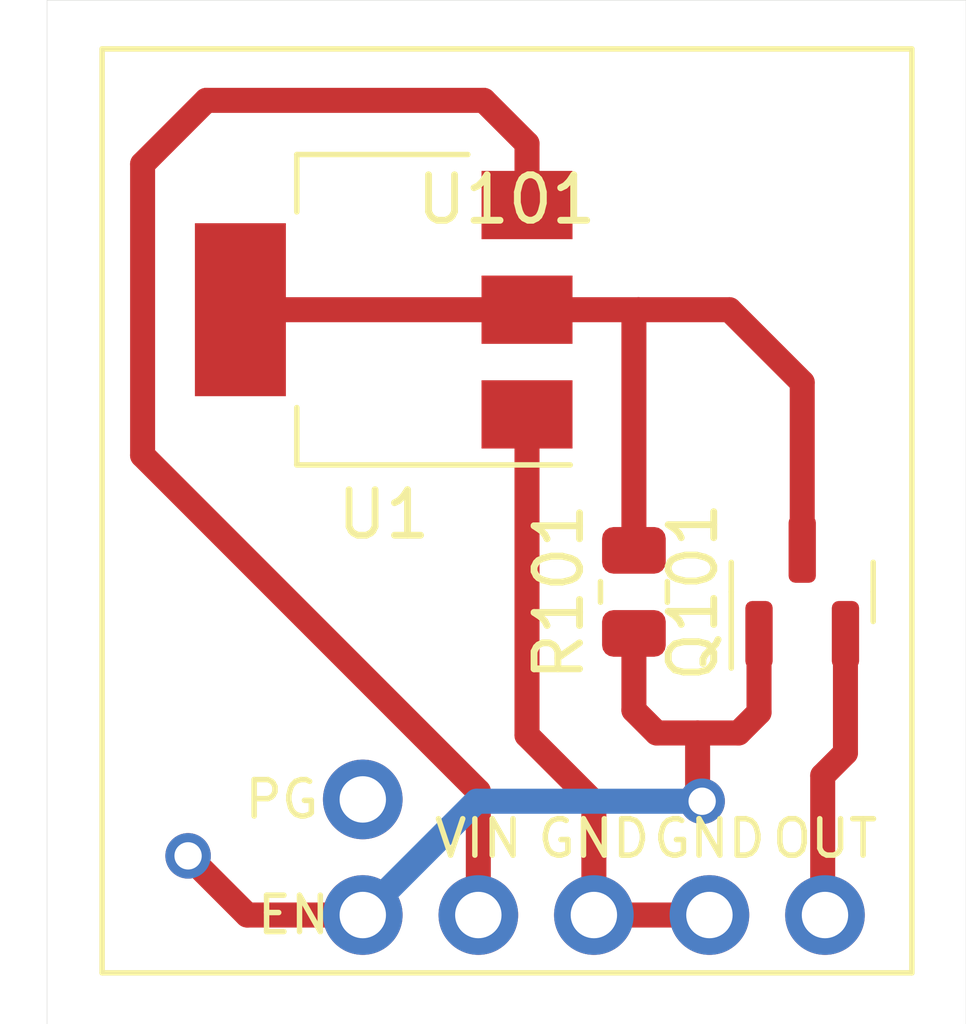
<source format=kicad_pcb>
(kicad_pcb (version 20211014) (generator pcbnew)
  (layers (0 "F.Cu" signal) (31 "B.Cu" signal) (34 "B.Paste" user) (35 "F.Paste" user) (36 "B.SilkS" user "B.Silkscreen") (37 "F.SilkS" user "F.Silkscreen") (38 "B.Mask" user) (39 "F.Mask" user) (44 "Edge.Cuts" user))
  (net 0 "")
  (net 1 "/3V3")
  (net 2 "GND")
  (net 3 "/EN")
  (net 4 "Net-(Q101-Pad3)")
  (net 5 "/IN")
  (footprint "Package_TO_SOT_SMD:SOT-223-3_TabPin2" (layer "F.Cu") (at 151.4 86.8 180)
    (fp_text reference "U1" (at 0 -4.5) (layer "F.SilkS"))
    (fp_text value "LD1117S33TR_SOT223")
    (fp_line (start 1.91 3.41) (end 1.91 2.15) (layer "F.SilkS") (width 0.12))
    (fp_line (start -4.1 -3.41) (end 1.91 -3.41) (layer "F.SilkS") (width 0.12))
    (fp_line (start -1.85 3.41) (end 1.91 3.41) (layer "F.SilkS") (width 0.12))
    (fp_line (start 1.91 -3.41) (end 1.91 -2.15) (layer "F.SilkS") (width 0.12))
    (pad "1" smd rect (at -3.15 -2.3 180) (size 2 1.5) (layers "F.Cu" "F.Paste" "F.Mask") (net 2 "GND"))
    (pad "2" smd rect (at 3.15 0 180) (size 2 3.8) (layers "F.Cu" "F.Paste" "F.Mask") (net 4 "Net-(Q101-Pad3)"))
    (pad "2" smd rect (at -3.15 0 180) (size 2 1.5) (layers "F.Cu" "F.Paste" "F.Mask") (net 4 "Net-(Q101-Pad3)"))
    (pad "3" smd rect (at -3.15 2.3 180) (size 2 1.5) (layers "F.Cu" "F.Paste" "F.Mask") (net 5 "/IN"))
  )
  (footprint "Resistor_SMD:R_0805_2012Metric" (layer "F.Cu") (at 156.9 93 90)
    (fp_text reference "R101" (at 0 -1.65 90) (layer "F.SilkS"))
    (fp_text value "10K")
    (fp_line (start -0.227064 0.735) (end 0.227064 0.735) (layer "F.SilkS") (width 0.12))
    (fp_line (start -0.227064 -0.735) (end 0.227064 -0.735) (layer "F.SilkS") (width 0.12))
    (pad "1" smd roundrect locked (at -0.9125 0 90) (size 1.025 1.4) (layers "F.Cu" "F.Paste" "F.Mask") (roundrect_rratio 0.243902439) (net 3 "/EN"))
    (pad "2" smd roundrect locked (at 0.9125 0 90) (size 1.025 1.4) (layers "F.Cu" "F.Paste" "F.Mask") (roundrect_rratio 0.243902439) (net 4 "Net-(Q101-Pad3)"))
  )
  (footprint "Pololu_regulators:Pololu_3V3_5V_9V" (layer "F.Cu") (at 150.94 100.1)
    (fp_text reference "U101" (at 3.16 -15.72 unlocked) (layer "F.SilkS"))
    (fp_text value "D36V28F3")
    (fp_text user "VIN" (at 2.54 -1.68 180) (layer "F.SilkS") (effects (font (size 0.8 0.8) (thickness 0.12))))
    (fp_text user "OUT" (at 10.16 -1.68 180) (layer "F.SilkS") (effects (font (size 0.8 0.8) (thickness 0.12))))
    (fp_text user "EN" (at -1.524 0 180) (layer "F.SilkS") (effects (font (size 0.8 0.8) (thickness 0.12))))
    (fp_text user "GND" (at 5.08 -1.68 180) (layer "F.SilkS") (effects (font (size 0.8 0.8) (thickness 0.12))))
    (fp_text user "PG" (at -1.778 -2.54 180) (layer "F.SilkS") (effects (font (size 0.8 0.8) (thickness 0.12))))
    (fp_text user "GND" (at 7.62 -1.68 180) (layer "F.SilkS") (effects (font (size 0.8 0.8) (thickness 0.12))))
    (fp_line (start -5.73 -19.03) (end 12.07 -19.03) (layer "F.SilkS") (width 0.12))
    (fp_line (start -5.73 -19.03) (end -5.73 1.27) (layer "F.SilkS") (width 0.12))
    (fp_line (start 12.07 -19.03) (end 12.07 1.27) (layer "F.SilkS") (width 0.12))
    (fp_line (start -5.73 1.27) (end 12.07 1.27) (layer "F.SilkS") (width 0.12))
    (pad "1" thru_hole circle (at 0 0) (size 1.75 1.75) (drill 1.02) (layers *.Cu *.Mask) (net 3 "/EN"))
    (pad "1" thru_hole circle (at 0 -2.54) (size 1.75 1.75) (drill 1.02) (layers *.Cu *.Mask) (net 3 "/EN"))
    (pad "2" thru_hole circle (at 2.54 0) (size 1.75 1.75) (drill 1.02) (layers *.Cu *.Mask) (net 5 "/IN"))
    (pad "3" thru_hole circle (at 5.08 0) (size 1.75 1.75) (drill 1.02) (layers *.Cu *.Mask) (net 2 "GND"))
    (pad "4" thru_hole circle (at 7.62 0) (size 1.75 1.75) (drill 1.02) (layers *.Cu *.Mask) (net 2 "GND"))
    (pad "5" thru_hole circle (at 10.16 0) (size 1.75 1.75) (drill 1.02) (layers *.Cu *.Mask) (net 1 "/3V3"))
  )
  (footprint "Package_TO_SOT_SMD:SOT-23" (layer "F.Cu") (at 160.6 93 90)
    (fp_text reference "Q101" (at 0 -2.4 90) (layer "F.SilkS"))
    (fp_text value "DMG2302U")
    (fp_line (start 0 -1.56) (end 0.65 -1.56) (layer "F.SilkS") (width 0.12))
    (fp_line (start 0 1.56) (end -0.65 1.56) (layer "F.SilkS") (width 0.12))
    (fp_line (start 0 1.56) (end 0.65 1.56) (layer "F.SilkS") (width 0.12))
    (fp_line (start 0 -1.56) (end -1.675 -1.56) (layer "F.SilkS") (width 0.12))
    (pad "1" smd roundrect locked (at -0.9375 -0.95 90) (size 1.475 0.6) (layers "F.Cu" "F.Paste" "F.Mask") (net 3 "/EN"))
    (pad "2" smd roundrect locked (at -0.9375 0.95 90) (size 1.475 0.6) (layers "F.Cu" "F.Paste" "F.Mask") (net 1 "/3V3"))
    (pad "3" smd roundrect locked (at 0.9375 0 90) (size 1.475 0.6) (layers "F.Cu" "F.Paste" "F.Mask") (net 4 "Net-(Q101-Pad3)"))
  )
  (gr_rect (start 144 102.5) (end 164.2 80) (layer "Edge.Cuts") (width 0.01) (fill none))
  (segment (start 161.05 100.05) (end 161.1 100.1) (width 0.55) (layer "F.Cu") (net 1))
  (segment (start 161.55 96.5375) (end 161.05 97.0375) (width 0.55) (layer "F.Cu") (net 1))
  (segment (start 161.05 97.0375) (end 161.05 100.05) (width 0.55) (layer "F.Cu") (net 1))
  (segment (start 161.55 93.9375) (end 161.55 96.5375) (width 0.55) (layer "F.Cu") (net 1))
  (segment (start 156.02 97.62) (end 156.02 100.1) (width 0.55) (layer "F.Cu") (net 2))
  (segment (start 156.02 100.1) (end 158.56 100.1) (width 0.55) (layer "F.Cu") (net 2))
  (segment (start 154.55 89.1) (end 154.55 96.15) (width 0.55) (layer "F.Cu") (net 2))
  (segment (start 154.55 96.15) (end 156.02 97.62) (width 0.55) (layer "F.Cu") (net 2))
  (segment (start 158.3 96.1) (end 159.2 96.1) (width 0.55) (layer "F.Cu") (net 3))
  (segment (start 156.9 95.6) (end 157.4 96.1) (width 0.55) (layer "F.Cu") (net 3))
  (segment (start 158.3 97.5) (end 158.4 97.6) (width 0.55) (layer "F.Cu") (net 3))
  (segment (start 159.2 96.1) (end 159.65 95.65) (width 0.55) (layer "F.Cu") (net 3))
  (segment (start 158.3 96.1) (end 158.3 97.5) (width 0.55) (layer "F.Cu") (net 3))
  (segment (start 150.94 100.1) (end 148.4 100.1) (width 0.55) (layer "F.Cu") (net 3))
  (segment (start 157.4 96.1) (end 158.3 96.1) (width 0.55) (layer "F.Cu") (net 3))
  (segment (start 159.65 95.65) (end 159.65 93.9375) (width 0.55) (layer "F.Cu") (net 3))
  (segment (start 156.9 93.9125) (end 156.9 95.6) (width 0.55) (layer "F.Cu") (net 3))
  (segment (start 148.4 100.1) (end 147.1 98.8) (width 0.55) (layer "F.Cu") (net 3))
  (via (at 147.1 98.8) (size 1) (drill 0.6) (layers "F.Cu" "B.Cu") (net 3))
  (via (at 158.4 97.6) (size 1) (drill 0.6) (layers "F.Cu" "B.Cu") (net 3))
  (segment (start 158.4 97.6) (end 153.44 97.6) (width 0.55) (layer "B.Cu") (net 3))
  (segment (start 153.44 97.6) (end 150.94 100.1) (width 0.55) (layer "B.Cu") (net 3))
  (segment (start 156.9 92.0875) (end 156.9 86.9) (width 0.55) (layer "F.Cu") (net 4))
  (segment (start 148.25 86.8) (end 154.55 86.8) (width 0.55) (layer "F.Cu") (net 4))
  (segment (start 157 86.8) (end 159 86.8) (width 0.55) (layer "F.Cu") (net 4))
  (segment (start 159 86.8) (end 160.6 88.4) (width 0.55) (layer "F.Cu") (net 4))
  (segment (start 154.55 86.8) (end 157 86.8) (width 0.55) (layer "F.Cu") (net 4))
  (segment (start 160.6 88.4) (end 160.6 92.0625) (width 0.55) (layer "F.Cu") (net 4))
  (segment (start 156.9 86.9) (end 157 86.8) (width 0.55) (layer "F.Cu") (net 4))
  (segment (start 146.1 83.6) (end 147.5 82.2) (width 0.55) (layer "F.Cu") (net 5))
  (segment (start 147.5 82.2) (end 153.6 82.2) (width 0.55) (layer "F.Cu") (net 5))
  (segment (start 153.6 82.2) (end 154.55 83.15) (width 0.55) (layer "F.Cu") (net 5))
  (segment (start 154.55 83.15) (end 154.55 84.5) (width 0.55) (layer "F.Cu") (net 5))
  (segment (start 153.48 97.38) (end 146.1 90) (width 0.55) (layer "F.Cu") (net 5))
  (segment (start 153.48 100.1) (end 153.48 97.38) (width 0.55) (layer "F.Cu") (net 5))
  (segment (start 146.1 90) (end 146.1 83.6) (width 0.55) (layer "F.Cu") (net 5))
)
</source>
